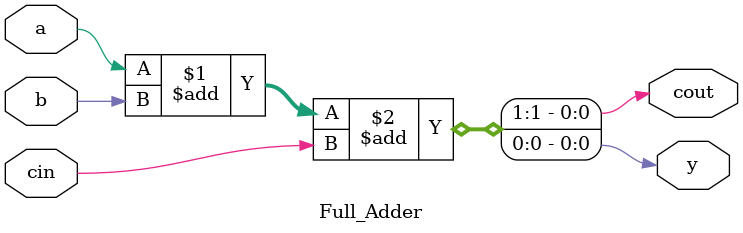
<source format=sv>
module Full_Adder(                                                              
  input logic   a, b, cin,                                                      
                                                                                
  output logic  y, cout                                                         
                                                                                
);                                                                              
                                                                                
  assign {cout, y}  = a + b + cin;                                              
                                                                                
endmodule  


</source>
